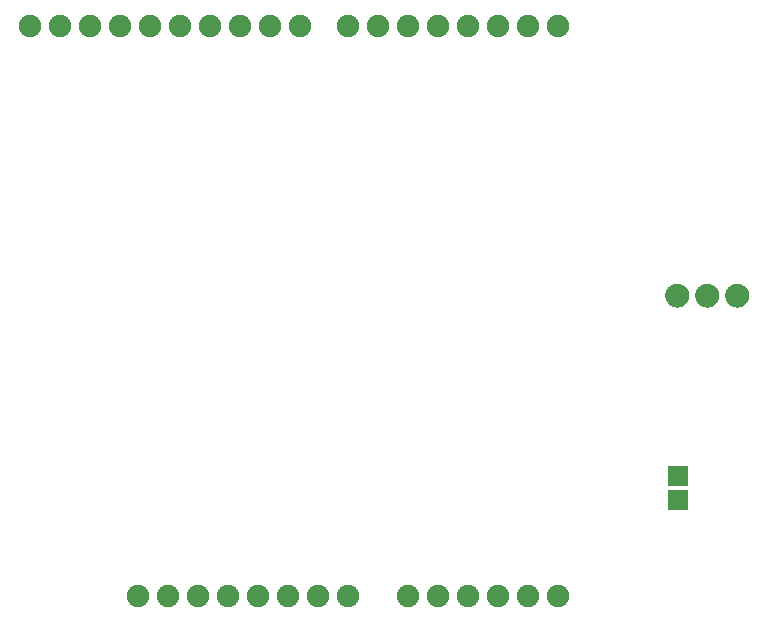
<source format=gts>
G04 MADE WITH FRITZING*
G04 WWW.FRITZING.ORG*
G04 DOUBLE SIDED*
G04 HOLES PLATED*
G04 CONTOUR ON CENTER OF CONTOUR VECTOR*
%ASAXBY*%
%FSLAX23Y23*%
%MOIN*%
%OFA0B0*%
%SFA1.0B1.0*%
%ADD10C,0.075278*%
%ADD11R,0.069055X0.065118*%
%ADD12R,0.001000X0.001000*%
%LNMASK1*%
G90*
G70*
G54D10*
X2188Y190D03*
X2288Y190D03*
X2388Y190D03*
X2488Y190D03*
X2588Y190D03*
X1728Y2090D03*
X1628Y2090D03*
X1528Y2090D03*
X1428Y2090D03*
X1328Y2090D03*
X1228Y2090D03*
X1128Y2090D03*
X1028Y2090D03*
X928Y2090D03*
X828Y2090D03*
X2588Y2090D03*
X2488Y2090D03*
X2388Y2090D03*
X2288Y2090D03*
X2188Y2090D03*
X2088Y2090D03*
X1988Y2090D03*
X1888Y2090D03*
X1288Y190D03*
X1188Y190D03*
X1388Y190D03*
X1488Y190D03*
X1588Y190D03*
X1688Y190D03*
X1788Y190D03*
X1888Y190D03*
X2088Y190D03*
G54D11*
X2988Y590D03*
X2988Y509D03*
G54D12*
X2981Y1230D02*
X2992Y1230D01*
X3081Y1230D02*
X3092Y1230D01*
X3181Y1230D02*
X3192Y1230D01*
X2977Y1229D02*
X2997Y1229D01*
X3077Y1229D02*
X3097Y1229D01*
X3177Y1229D02*
X3197Y1229D01*
X2973Y1228D02*
X3000Y1228D01*
X3073Y1228D02*
X3100Y1228D01*
X3173Y1228D02*
X3200Y1228D01*
X2971Y1227D02*
X3003Y1227D01*
X3071Y1227D02*
X3103Y1227D01*
X3171Y1227D02*
X3203Y1227D01*
X2969Y1226D02*
X3005Y1226D01*
X3069Y1226D02*
X3105Y1226D01*
X3169Y1226D02*
X3205Y1226D01*
X2967Y1225D02*
X3007Y1225D01*
X3067Y1225D02*
X3107Y1225D01*
X3167Y1225D02*
X3207Y1225D01*
X2966Y1224D02*
X3008Y1224D01*
X3066Y1224D02*
X3108Y1224D01*
X3166Y1224D02*
X3208Y1224D01*
X2964Y1223D02*
X3010Y1223D01*
X3064Y1223D02*
X3110Y1223D01*
X3164Y1223D02*
X3210Y1223D01*
X2963Y1222D02*
X3011Y1222D01*
X3063Y1222D02*
X3111Y1222D01*
X3163Y1222D02*
X3211Y1222D01*
X2962Y1221D02*
X3012Y1221D01*
X3062Y1221D02*
X3112Y1221D01*
X3162Y1221D02*
X3212Y1221D01*
X2960Y1220D02*
X3013Y1220D01*
X3060Y1220D02*
X3113Y1220D01*
X3160Y1220D02*
X3213Y1220D01*
X2959Y1219D02*
X3015Y1219D01*
X3059Y1219D02*
X3115Y1219D01*
X3159Y1219D02*
X3215Y1219D01*
X2958Y1218D02*
X3015Y1218D01*
X3058Y1218D02*
X3115Y1218D01*
X3158Y1218D02*
X3215Y1218D01*
X2957Y1217D02*
X3016Y1217D01*
X3057Y1217D02*
X3116Y1217D01*
X3157Y1217D02*
X3216Y1217D01*
X2957Y1216D02*
X3017Y1216D01*
X3057Y1216D02*
X3117Y1216D01*
X3157Y1216D02*
X3217Y1216D01*
X2956Y1215D02*
X3018Y1215D01*
X3056Y1215D02*
X3118Y1215D01*
X3156Y1215D02*
X3218Y1215D01*
X2955Y1214D02*
X3019Y1214D01*
X3055Y1214D02*
X3119Y1214D01*
X3155Y1214D02*
X3219Y1214D01*
X2954Y1213D02*
X3019Y1213D01*
X3054Y1213D02*
X3119Y1213D01*
X3154Y1213D02*
X3219Y1213D01*
X2954Y1212D02*
X3020Y1212D01*
X3054Y1212D02*
X3120Y1212D01*
X3154Y1212D02*
X3220Y1212D01*
X2953Y1211D02*
X3021Y1211D01*
X3053Y1211D02*
X3121Y1211D01*
X3153Y1211D02*
X3221Y1211D01*
X2953Y1210D02*
X3021Y1210D01*
X3053Y1210D02*
X3121Y1210D01*
X3153Y1210D02*
X3221Y1210D01*
X2952Y1209D02*
X3022Y1209D01*
X3052Y1209D02*
X3122Y1209D01*
X3152Y1209D02*
X3222Y1209D01*
X2951Y1208D02*
X3022Y1208D01*
X3051Y1208D02*
X3122Y1208D01*
X3151Y1208D02*
X3222Y1208D01*
X2951Y1207D02*
X3023Y1207D01*
X3051Y1207D02*
X3123Y1207D01*
X3151Y1207D02*
X3223Y1207D01*
X2951Y1206D02*
X3023Y1206D01*
X3051Y1206D02*
X3123Y1206D01*
X3151Y1206D02*
X3223Y1206D01*
X2950Y1205D02*
X3024Y1205D01*
X3050Y1205D02*
X3124Y1205D01*
X3150Y1205D02*
X3224Y1205D01*
X2950Y1204D02*
X3024Y1204D01*
X3050Y1204D02*
X3124Y1204D01*
X3150Y1204D02*
X3224Y1204D01*
X2949Y1203D02*
X3024Y1203D01*
X3049Y1203D02*
X3124Y1203D01*
X3149Y1203D02*
X3224Y1203D01*
X2949Y1202D02*
X3025Y1202D01*
X3049Y1202D02*
X3125Y1202D01*
X3149Y1202D02*
X3225Y1202D01*
X2949Y1201D02*
X3025Y1201D01*
X3049Y1201D02*
X3125Y1201D01*
X3149Y1201D02*
X3225Y1201D01*
X2949Y1200D02*
X3025Y1200D01*
X3049Y1200D02*
X3125Y1200D01*
X3149Y1200D02*
X3225Y1200D01*
X2948Y1199D02*
X3025Y1199D01*
X3048Y1199D02*
X3125Y1199D01*
X3148Y1199D02*
X3225Y1199D01*
X2948Y1198D02*
X3026Y1198D01*
X3048Y1198D02*
X3126Y1198D01*
X3148Y1198D02*
X3226Y1198D01*
X2948Y1197D02*
X3026Y1197D01*
X3048Y1197D02*
X3126Y1197D01*
X3148Y1197D02*
X3226Y1197D01*
X2948Y1196D02*
X3026Y1196D01*
X3048Y1196D02*
X3126Y1196D01*
X3148Y1196D02*
X3226Y1196D01*
X2948Y1195D02*
X3026Y1195D01*
X3048Y1195D02*
X3126Y1195D01*
X3148Y1195D02*
X3226Y1195D01*
X2948Y1194D02*
X3026Y1194D01*
X3048Y1194D02*
X3126Y1194D01*
X3148Y1194D02*
X3226Y1194D01*
X2948Y1193D02*
X3026Y1193D01*
X3048Y1193D02*
X3126Y1193D01*
X3148Y1193D02*
X3226Y1193D01*
X2948Y1192D02*
X3026Y1192D01*
X3048Y1192D02*
X3126Y1192D01*
X3147Y1192D02*
X3226Y1192D01*
X2947Y1191D02*
X3026Y1191D01*
X3047Y1191D02*
X3126Y1191D01*
X3147Y1191D02*
X3226Y1191D01*
X2947Y1190D02*
X3026Y1190D01*
X3047Y1190D02*
X3126Y1190D01*
X3147Y1190D02*
X3226Y1190D01*
X2948Y1189D02*
X3026Y1189D01*
X3048Y1189D02*
X3126Y1189D01*
X3147Y1189D02*
X3226Y1189D01*
X2948Y1188D02*
X3026Y1188D01*
X3048Y1188D02*
X3126Y1188D01*
X3148Y1188D02*
X3226Y1188D01*
X2948Y1187D02*
X3026Y1187D01*
X3048Y1187D02*
X3126Y1187D01*
X3148Y1187D02*
X3226Y1187D01*
X2948Y1186D02*
X3026Y1186D01*
X3048Y1186D02*
X3126Y1186D01*
X3148Y1186D02*
X3226Y1186D01*
X2948Y1185D02*
X3026Y1185D01*
X3048Y1185D02*
X3126Y1185D01*
X3148Y1185D02*
X3226Y1185D01*
X2948Y1184D02*
X3026Y1184D01*
X3048Y1184D02*
X3126Y1184D01*
X3148Y1184D02*
X3226Y1184D01*
X2948Y1183D02*
X3026Y1183D01*
X3048Y1183D02*
X3126Y1183D01*
X3148Y1183D02*
X3226Y1183D01*
X2948Y1182D02*
X3025Y1182D01*
X3048Y1182D02*
X3125Y1182D01*
X3148Y1182D02*
X3225Y1182D01*
X2949Y1181D02*
X3025Y1181D01*
X3049Y1181D02*
X3125Y1181D01*
X3149Y1181D02*
X3225Y1181D01*
X2949Y1180D02*
X3025Y1180D01*
X3049Y1180D02*
X3125Y1180D01*
X3149Y1180D02*
X3225Y1180D01*
X2949Y1179D02*
X3025Y1179D01*
X3049Y1179D02*
X3125Y1179D01*
X3149Y1179D02*
X3225Y1179D01*
X2950Y1178D02*
X3024Y1178D01*
X3050Y1178D02*
X3124Y1178D01*
X3149Y1178D02*
X3224Y1178D01*
X2950Y1177D02*
X3024Y1177D01*
X3050Y1177D02*
X3124Y1177D01*
X3150Y1177D02*
X3224Y1177D01*
X2950Y1176D02*
X3024Y1176D01*
X3050Y1176D02*
X3124Y1176D01*
X3150Y1176D02*
X3224Y1176D01*
X2951Y1175D02*
X3023Y1175D01*
X3051Y1175D02*
X3123Y1175D01*
X3151Y1175D02*
X3223Y1175D01*
X2951Y1174D02*
X3023Y1174D01*
X3051Y1174D02*
X3123Y1174D01*
X3151Y1174D02*
X3223Y1174D01*
X2952Y1173D02*
X3022Y1173D01*
X3052Y1173D02*
X3122Y1173D01*
X3152Y1173D02*
X3222Y1173D01*
X2952Y1172D02*
X3022Y1172D01*
X3052Y1172D02*
X3122Y1172D01*
X3152Y1172D02*
X3222Y1172D01*
X2953Y1171D02*
X3021Y1171D01*
X3053Y1171D02*
X3121Y1171D01*
X3153Y1171D02*
X3221Y1171D01*
X2953Y1170D02*
X3021Y1170D01*
X3053Y1170D02*
X3121Y1170D01*
X3153Y1170D02*
X3221Y1170D01*
X2954Y1169D02*
X3020Y1169D01*
X3054Y1169D02*
X3120Y1169D01*
X3154Y1169D02*
X3220Y1169D01*
X2955Y1168D02*
X3019Y1168D01*
X3054Y1168D02*
X3119Y1168D01*
X3154Y1168D02*
X3219Y1168D01*
X2955Y1167D02*
X3019Y1167D01*
X3055Y1167D02*
X3119Y1167D01*
X3155Y1167D02*
X3219Y1167D01*
X2956Y1166D02*
X3018Y1166D01*
X3056Y1166D02*
X3118Y1166D01*
X3156Y1166D02*
X3218Y1166D01*
X2957Y1165D02*
X3017Y1165D01*
X3057Y1165D02*
X3117Y1165D01*
X3157Y1165D02*
X3217Y1165D01*
X2958Y1164D02*
X3016Y1164D01*
X3058Y1164D02*
X3116Y1164D01*
X3158Y1164D02*
X3216Y1164D01*
X2958Y1163D02*
X3015Y1163D01*
X3058Y1163D02*
X3115Y1163D01*
X3158Y1163D02*
X3215Y1163D01*
X2959Y1162D02*
X3014Y1162D01*
X3059Y1162D02*
X3114Y1162D01*
X3159Y1162D02*
X3214Y1162D01*
X2961Y1161D02*
X3013Y1161D01*
X3061Y1161D02*
X3113Y1161D01*
X3161Y1161D02*
X3213Y1161D01*
X2962Y1160D02*
X3012Y1160D01*
X3062Y1160D02*
X3112Y1160D01*
X3162Y1160D02*
X3212Y1160D01*
X2963Y1159D02*
X3011Y1159D01*
X3063Y1159D02*
X3111Y1159D01*
X3163Y1159D02*
X3211Y1159D01*
X2964Y1158D02*
X3009Y1158D01*
X3064Y1158D02*
X3109Y1158D01*
X3164Y1158D02*
X3209Y1158D01*
X2966Y1157D02*
X3008Y1157D01*
X3066Y1157D02*
X3108Y1157D01*
X3166Y1157D02*
X3208Y1157D01*
X2967Y1156D02*
X3006Y1156D01*
X3067Y1156D02*
X3106Y1156D01*
X3167Y1156D02*
X3206Y1156D01*
X2969Y1155D02*
X3005Y1155D01*
X3069Y1155D02*
X3105Y1155D01*
X3169Y1155D02*
X3205Y1155D01*
X2971Y1154D02*
X3003Y1154D01*
X3071Y1154D02*
X3103Y1154D01*
X3171Y1154D02*
X3203Y1154D01*
X2974Y1153D02*
X3000Y1153D01*
X3074Y1153D02*
X3100Y1153D01*
X3174Y1153D02*
X3200Y1153D01*
X2977Y1152D02*
X2997Y1152D01*
X3077Y1152D02*
X3097Y1152D01*
X3177Y1152D02*
X3197Y1152D01*
X2982Y1151D02*
X2992Y1151D01*
X3082Y1151D02*
X3092Y1151D01*
X3182Y1151D02*
X3192Y1151D01*
D02*
G04 End of Mask1*
M02*
</source>
